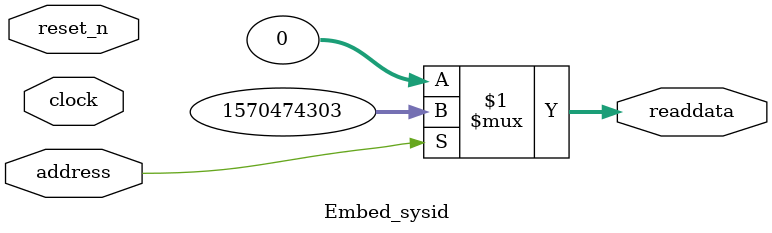
<source format=v>



// synthesis translate_off
`timescale 1ns / 1ps
// synthesis translate_on

// turn off superfluous verilog processor warnings 
// altera message_level Level1 
// altera message_off 10034 10035 10036 10037 10230 10240 10030 

module Embed_sysid (
               // inputs:
                address,
                clock,
                reset_n,

               // outputs:
                readdata
             )
;

  output  [ 31: 0] readdata;
  input            address;
  input            clock;
  input            reset_n;

  wire    [ 31: 0] readdata;
  //control_slave, which is an e_avalon_slave
  assign readdata = address ? 1570474303 : 0;

endmodule



</source>
